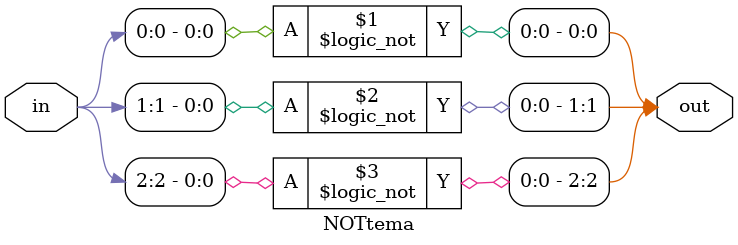
<source format=v>
module NOTtema(input[2:0] in, output[2:0] out);
	assign out[0] = !in[0];
	assign out[1] = !in[1];
	assign out[2] = !in[2];
endmodule
</source>
